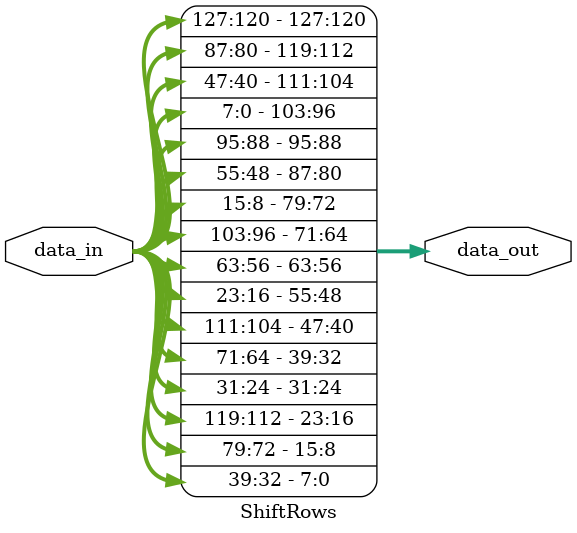
<source format=v>
module ShiftRows(
    input [127:0] data_in,
    output [127:0] data_out
);
    genvar i;
    generate
        for( i = 31; i < 128 ; i = i + 32)begin
            assign data_out[i : i-7] = data_in[i : i-7];
        end
        for( i = 119; i > 23 ; i = i - 32)begin
            assign data_out[i : i-7] = data_in[i-32 : i-39];
        end
        assign data_out[23:16] = data_in[119:112];
        for( i = 111; i >= 79 ; i = i - 32)begin
            assign data_out[i : i-7] = data_in[i-64 : i-71];
        end
        assign data_out[47:40] = data_in[111:104];
        assign data_out[15:8] = data_in[79:72];
        for( i = 7; i <= 71 ; i = i + 32)begin
            assign data_out[i : i-7] = data_in[i+32 : i+25];
        end
        assign data_out[103:96] = data_in[7:0];
    endgenerate
endmodule
</source>
